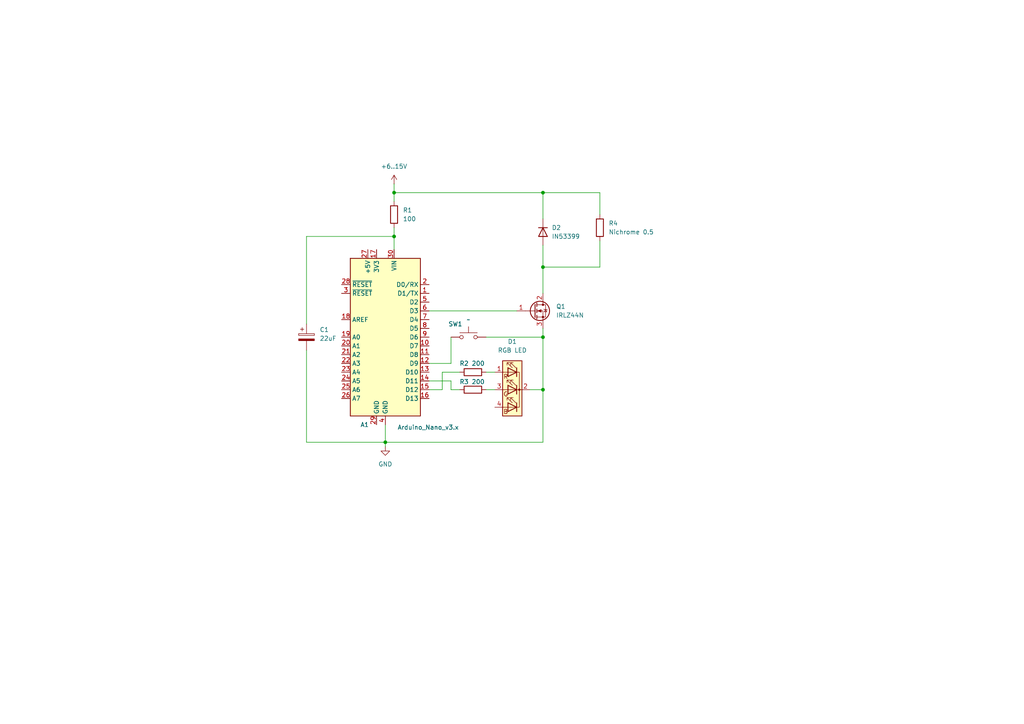
<source format=kicad_sch>
(kicad_sch (version 20231120) (generator "eeschema") (generator_version "8.0")
  (paper "A4")
  (title_block (title "Foam cutter") (date "2024-05-29"))
  (lib_symbols
    (symbol "Device:C_Polarized" (pin_numbers hide) (pin_names (offset 0.254))
      (property "Reference" "C" (at 0.635 2.54 0))
      (property "Value" "C_Polarized" (at 0.635 -2.54 0))
      (symbol "C_Polarized_0_1"
        (rectangle (start -2.286 0.508) (end 2.286 1.016))
        (polyline (pts (xy -1.778 2.286) (xy -0.762 2.286)))
        (polyline (pts (xy -1.27 2.794) (xy -1.27 1.778)))
        (rectangle (start 2.286 -0.508) (end -2.286 -1.016) (fill (type outline)))
      )
      (symbol "C_Polarized_1_1"
        (pin passive line (at 0 3.81 270) (length 2.794) (name "~") (number "1"))
        (pin passive line (at 0 -3.81 90) (length 2.794) (name "~") (number "2"))
      )
    )
    (symbol "Device:D" (pin_numbers hide) (pin_names (offset 1.016) hide)
      (property "Reference" "D" (at 0 2.54 0))
      (property "Value" "D" (at 0 -2.54 0))
      (symbol "D_0_1"
        (polyline (pts (xy -1.27 1.27) (xy -1.27 -1.27)) (stroke (width 0.254)))
        (polyline (pts (xy 1.27 0) (xy -1.27 0)))
        (polyline (pts (xy 1.27 1.27) (xy 1.27 -1.27) (xy -1.27 0) (xy 1.27 1.27)) (stroke (width 0.254)))
      )
      (symbol "D_1_1"
        (pin passive line (at -3.81 0 0) (length 2.54) (name "K") (number "1"))
        (pin passive line (at 3.81 0 180) (length 2.54) (name "A") (number "2"))
      )
    )
    (symbol "Device:LED_RKGB" (pin_names (offset 0) hide)
      (property "Reference" "D" (at 0 9.398 0))
      (property "Value" "LED_RKGB" (at 0 -8.89 0))
      (symbol "LED_RKGB_0_0"
        (text "B" (at 1.905 -6.35 0) (effects (font (size 1.27 1.27))))
        (text "G" (at 1.905 -1.27 0) (effects (font (size 1.27 1.27))))
        (text "R" (at 1.905 3.81 0) (effects (font (size 1.27 1.27))))
      )
      (symbol "LED_RKGB_0_1"
        (circle (center -2.032 0) (radius 0.254) (fill (type outline)))
        (polyline (pts (xy -1.27 -5.08) (xy 1.27 -5.08)))
        (polyline (pts (xy -1.27 -3.81) (xy -1.27 -6.35)) (stroke (width 0.254)))
        (polyline (pts (xy -1.27 0) (xy -2.54 0)))
        (polyline (pts (xy -1.27 1.27) (xy -1.27 -1.27)) (stroke (width 0.254)))
        (polyline (pts (xy -1.27 5.08) (xy 1.27 5.08)))
        (polyline (pts (xy -1.27 6.35) (xy -1.27 3.81)) (stroke (width 0.254)))
        (polyline (pts (xy 1.27 -5.08) (xy 2.54 -5.08)))
        (polyline (pts (xy 1.27 0) (xy -1.27 0)))
        (polyline (pts (xy 1.27 0) (xy 2.54 0)))
        (polyline (pts (xy 1.27 5.08) (xy 2.54 5.08)))
        (polyline (pts (xy -1.27 1.27) (xy -1.27 -1.27) (xy -1.27 -1.27)))
        (polyline (pts (xy -1.27 6.35) (xy -1.27 3.81) (xy -1.27 3.81)))
        (polyline (pts (xy -1.27 5.08) (xy -2.032 5.08) (xy -2.032 -5.08) (xy -1.016 -5.08)))
        (polyline (pts (xy 1.27 -3.81) (xy 1.27 -6.35) (xy -1.27 -5.08) (xy 1.27 -3.81)) (stroke (width 0.254)))
        (polyline (pts (xy 1.27 1.27) (xy 1.27 -1.27) (xy -1.27 0) (xy 1.27 1.27)) (stroke (width 0.254)))
        (polyline (pts (xy 1.27 6.35) (xy 1.27 3.81) (xy -1.27 5.08) (xy 1.27 6.35)) (stroke (width 0.254)))
        (polyline (pts (xy -1.016 -3.81) (xy 0.508 -2.286) (xy -0.254 -2.286) (xy 0.508 -2.286) (xy 0.508 -3.048)))
        (polyline (pts (xy -1.016 1.27) (xy 0.508 2.794) (xy -0.254 2.794) (xy 0.508 2.794) (xy 0.508 2.032)))
        (polyline (pts (xy -1.016 6.35) (xy 0.508 7.874) (xy -0.254 7.874) (xy 0.508 7.874) (xy 0.508 7.112)))
        (polyline (pts (xy 0 -3.81) (xy 1.524 -2.286) (xy 0.762 -2.286) (xy 1.524 -2.286) (xy 1.524 -3.048)))
        (polyline (pts (xy 0 1.27) (xy 1.524 2.794) (xy 0.762 2.794) (xy 1.524 2.794) (xy 1.524 2.032)))
        (polyline (pts (xy 0 6.35) (xy 1.524 7.874) (xy 0.762 7.874) (xy 1.524 7.874) (xy 1.524 7.112)))
        (rectangle (start 1.27 -1.27) (end 1.27 1.27))
        (rectangle (start 1.27 1.27) (end 1.27 1.27))
        (rectangle (start 1.27 3.81) (end 1.27 6.35))
        (rectangle (start 1.27 6.35) (end 1.27 6.35))
        (rectangle (start 2.794 8.382) (end -2.794 -7.62) (stroke (width 0.254)) (fill (type background)))
      )
      (symbol "LED_RKGB_1_1"
        (pin passive line (at 5.08 5.08 180) (length 2.54) (name "RA") (number "1"))
        (pin passive line (at -5.08 0 0) (length 2.54) (name "K") (number "2"))
        (pin passive line (at 5.08 0 180) (length 2.54) (name "GA") (number "3"))
        (pin passive line (at 5.08 -5.08 180) (length 2.54) (name "BA") (number "4"))
      )
    )
    (symbol "Device:R" (pin_numbers hide) (pin_names (offset 0))
      (property "Reference" "R" (at 2.032 0 90))
      (property "Value" "R" (at 0 0 90))
      (symbol "R_0_1"
        (rectangle (start -1.016 -2.54) (end 1.016 2.54) (stroke (width 0.254)))
      )
      (symbol "R_1_1"
        (pin passive line (at 0 3.81 270) (length 1.27) (name "~") (number "1"))
        (pin passive line (at 0 -3.81 90) (length 1.27) (name "~") (number "2"))
      )
    )
    (symbol "MCU_Module:Arduino_Nano_v3.x"
      (property "Reference" "A" (at -10.16 23.495 0))
      (property "Value" "Arduino_Nano_v3.x" (at 5.08 -24.13 0))
      (symbol "Arduino_Nano_v3.x_0_1"
        (rectangle (start -10.16 22.86) (end 10.16 -22.86) (stroke (width 0.254)) (fill (type background)))
      )
      (symbol "Arduino_Nano_v3.x_1_1"
        (pin bidirectional line (at -12.7 12.7 0) (length 2.54) (name "D1/TX") (number "1"))
        (pin bidirectional line (at -12.7 -2.54 0) (length 2.54) (name "D7") (number "10"))
        (pin bidirectional line (at -12.7 -5.08 0) (length 2.54) (name "D8") (number "11"))
        (pin bidirectional line (at -12.7 -7.62 0) (length 2.54) (name "D9") (number "12"))
        (pin bidirectional line (at -12.7 -10.16 0) (length 2.54) (name "D10") (number "13"))
        (pin bidirectional line (at -12.7 -12.7 0) (length 2.54) (name "D11") (number "14"))
        (pin bidirectional line (at -12.7 -15.24 0) (length 2.54) (name "D12") (number "15"))
        (pin bidirectional line (at -12.7 -17.78 0) (length 2.54) (name "D13") (number "16"))
        (pin power_out line (at 2.54 25.4 270) (length 2.54) (name "3V3") (number "17"))
        (pin input line (at 12.7 5.08 180) (length 2.54) (name "AREF") (number "18"))
        (pin bidirectional line (at 12.7 0 180) (length 2.54) (name "A0") (number "19"))
        (pin bidirectional line (at -12.7 15.24 0) (length 2.54) (name "D0/RX") (number "2"))
        (pin bidirectional line (at 12.7 -2.54 180) (length 2.54) (name "A1") (number "20"))
        (pin bidirectional line (at 12.7 -5.08 180) (length 2.54) (name "A2") (number "21"))
        (pin bidirectional line (at 12.7 -7.62 180) (length 2.54) (name "A3") (number "22"))
        (pin bidirectional line (at 12.7 -10.16 180) (length 2.54) (name "A4") (number "23"))
        (pin bidirectional line (at 12.7 -12.7 180) (length 2.54) (name "A5") (number "24"))
        (pin bidirectional line (at 12.7 -15.24 180) (length 2.54) (name "A6") (number "25"))
        (pin bidirectional line (at 12.7 -17.78 180) (length 2.54) (name "A7") (number "26"))
        (pin power_out line (at 5.08 25.4 270) (length 2.54) (name "+5V") (number "27"))
        (pin input line (at 12.7 15.24 180) (length 2.54) (name "~{RESET}") (number "28"))
        (pin power_in line (at 2.54 -25.4 90) (length 2.54) (name "GND") (number "29"))
        (pin input line (at 12.7 12.7 180) (length 2.54) (name "~{RESET}") (number "3"))
        (pin power_in line (at -2.54 25.4 270) (length 2.54) (name "VIN") (number "30"))
        (pin power_in line (at 0 -25.4 90) (length 2.54) (name "GND") (number "4"))
        (pin bidirectional line (at -12.7 10.16 0) (length 2.54) (name "D2") (number "5"))
        (pin bidirectional line (at -12.7 7.62 0) (length 2.54) (name "D3") (number "6"))
        (pin bidirectional line (at -12.7 5.08 0) (length 2.54) (name "D4") (number "7"))
        (pin bidirectional line (at -12.7 2.54 0) (length 2.54) (name "D5") (number "8"))
        (pin bidirectional line (at -12.7 0 0) (length 2.54) (name "D6") (number "9"))
      )
    )
    (symbol "Switch:SW_Push" (pin_numbers hide) (pin_names (offset 1.016) hide)
      (property "Reference" "SW" (at 1.27 2.54 0))
      (property "Value" "SW_Push" (at 0 -1.524 0))
      (symbol "SW_Push_0_1"
        (circle (center -2.032 0) (radius 0.508))
        (polyline (pts (xy 0 1.27) (xy 0 3.048)))
        (polyline (pts (xy 2.54 1.27) (xy -2.54 1.27)))
        (circle (center 2.032 0) (radius 0.508))
        (pin passive line (at -5.08 0 0) (length 2.54) (name "1") (number "1"))
        (pin passive line (at 5.08 0 180) (length 2.54) (name "2") (number "2"))
      )
    )
    (symbol "Transistor_FET:IRLZ44N" (pin_names hide)
      (property "Reference" "Q" (at 5.08 1.905 0))
      (property "Value" "IRLZ44N" (at 5.08 0 0))
      (symbol "IRLZ44N_0_1"
        (polyline (pts (xy 0.254 0) (xy -2.54 0)))
        (polyline (pts (xy 0.254 1.905) (xy 0.254 -1.905)) (stroke (width 0.254)))
        (polyline (pts (xy 0.762 -1.27) (xy 0.762 -2.286)) (stroke (width 0.254)))
        (polyline (pts (xy 0.762 0.508) (xy 0.762 -0.508)) (stroke (width 0.254)))
        (polyline (pts (xy 0.762 2.286) (xy 0.762 1.27)) (stroke (width 0.254)))
        (polyline (pts (xy 2.54 2.54) (xy 2.54 1.778)))
        (polyline (pts (xy 2.54 -2.54) (xy 2.54 0) (xy 0.762 0)))
        (polyline (pts (xy 0.762 -1.778) (xy 3.302 -1.778) (xy 3.302 1.778) (xy 0.762 1.778)))
        (polyline (pts (xy 1.016 0) (xy 2.032 0.381) (xy 2.032 -0.381) (xy 1.016 0)) (fill (type outline)))
        (polyline (pts (xy 2.794 0.508) (xy 2.921 0.381) (xy 3.683 0.381) (xy 3.81 0.254)))
        (polyline (pts (xy 3.302 0.381) (xy 2.921 -0.254) (xy 3.683 -0.254) (xy 3.302 0.381)))
        (circle (center 1.651 0) (radius 2.794) (stroke (width 0.254)))
        (circle (center 2.54 -1.778) (radius 0.254) (fill (type outline)))
        (circle (center 2.54 1.778) (radius 0.254) (fill (type outline)))
      )
      (symbol "IRLZ44N_1_1"
        (pin input line (at -5.08 0 0) (length 2.54) (name "G") (number "1"))
        (pin passive line (at 2.54 5.08 270) (length 2.54) (name "D") (number "2"))
        (pin passive line (at 2.54 -5.08 90) (length 2.54) (name "S") (number "3"))
      )
    )
    (symbol "power:GND" (power) (pin_numbers hide) (pin_names (offset 0) hide)
      (property "Value" "GND" (at 0 -3.81 0))
      (symbol "GND_0_1"
        (polyline (pts (xy 0 0) (xy 0 -1.27) (xy 1.27 -1.27) (xy 0 -2.54) (xy -1.27 -1.27) (xy 0 -1.27)))
      )
      (symbol "GND_1_1"
        (pin power_in line (at 0 0 270) (length 0) (name "~") (number "1"))
      )
    )
    (symbol "power:VCC" (power) (pin_numbers hide) (pin_names (offset 0) hide)
      (property "Value" "VCC" (at 0 3.556 0))
      (symbol "VCC_0_1"
        (polyline (pts (xy -0.762 1.27) (xy 0 2.54)))
        (polyline (pts (xy 0 0) (xy 0 2.54)))
        (polyline (pts (xy 0 2.54) (xy 0.762 1.27)))
      )
      (symbol "VCC_1_1"
        (pin power_in line (at 0 0 90) (length 0) (name "~") (number "1"))
      )
    )
  )
  (junction (at 114.3 55.88))
  (junction (at 111.76 128.27))
  (junction (at 157.48 55.88))
  (junction (at 157.48 77.47))
  (junction (at 114.3 68.58))
  (junction (at 157.48 97.79))
  (junction (at 157.48 113.03))
  (wire (pts (xy 111.76 128.27) (xy 157.48 128.27)))
  (wire (pts (xy 124.46 105.41) (xy 130.81 105.41)))
  (wire (pts (xy 133.35 107.95) (xy 128.27 107.95)))
  (wire (pts (xy 157.48 128.27) (xy 157.48 113.03)))
  (wire (pts (xy 111.76 128.27) (xy 111.76 123.19)))
  (wire (pts (xy 157.48 55.88) (xy 157.48 63.5)))
  (wire (pts (xy 140.97 97.79) (xy 157.48 97.79)))
  (wire (pts (xy 173.99 55.88) (xy 173.99 62.23)))
  (wire (pts (xy 128.27 107.95) (xy 128.27 113.03)))
  (wire (pts (xy 157.48 71.12) (xy 157.48 77.47)))
  (wire (pts (xy 124.46 90.17) (xy 149.86 90.17)))
  (wire (pts (xy 157.48 97.79) (xy 157.48 95.25)))
  (wire (pts (xy 114.3 68.58) (xy 114.3 72.39)))
  (wire (pts (xy 114.3 66.04) (xy 114.3 68.58)))
  (wire (pts (xy 88.9 68.58) (xy 114.3 68.58)))
  (wire (pts (xy 88.9 93.98) (xy 88.9 68.58)))
  (wire (pts (xy 130.81 113.03) (xy 133.35 113.03)))
  (wire (pts (xy 88.9 101.6) (xy 88.9 128.27)))
  (wire (pts (xy 124.46 110.49) (xy 130.81 110.49)))
  (wire (pts (xy 157.48 55.88) (xy 173.99 55.88)))
  (wire (pts (xy 140.97 113.03) (xy 143.51 113.03)))
  (wire (pts (xy 130.81 110.49) (xy 130.81 113.03)))
  (wire (pts (xy 153.67 113.03) (xy 157.48 113.03)))
  (wire (pts (xy 114.3 55.88) (xy 114.3 58.42)))
  (wire (pts (xy 114.3 53.34) (xy 114.3 55.88)))
  (wire (pts (xy 111.76 128.27) (xy 111.76 129.54)))
  (wire (pts (xy 128.27 113.03) (xy 124.46 113.03)))
  (wire (pts (xy 157.48 77.47) (xy 157.48 85.09)))
  (wire (pts (xy 88.9 128.27) (xy 111.76 128.27)))
  (wire (pts (xy 157.48 77.47) (xy 173.99 77.47)))
  (wire (pts (xy 114.3 55.88) (xy 157.48 55.88)))
  (wire (pts (xy 140.97 107.95) (xy 143.51 107.95)))
  (wire (pts (xy 157.48 113.03) (xy 157.48 97.79)))
  (wire (pts (xy 130.81 105.41) (xy 130.81 97.79)))
  (wire (pts (xy 173.99 69.85) (xy 173.99 77.47)))
  (symbol (lib_id "Transistor_FET:IRLZ44N") (at 154.94 90.17 0) (unit 1)
    (property "Reference" "Q1" (at 161.29 88.8999 0) (effects (justify left)))
    (property "Value" "IRLZ44N" (at 161.29 91.4399 0) (effects (justify left)))
    (property "Footprint" "Package_TO_SOT_THT:TO-220-3_Vertical" (effects (hide yes)))
    (property "Datasheet" "http://www.irf.com/product-info/datasheets/data/irlz44n.pdf" (effects (hide yes)))
    (property "Description" "47A Id, 55V Vds, 22mOhm Rds Single N-Channel HEXFET Power MOSFET, TO-220AB" (effects (hide yes)))
  )
  (symbol (lib_id "MCU_Module:Arduino_Nano_v3.x") (at 111.76 97.79 0) (mirror y) (unit 1)
    (property "Reference" "A1" (at 107.0259 123.19 0) (effects (justify left)))
    (property "Value" "Arduino_Nano_v3.x" (at 133.096 123.952 0) (effects (justify left)))
    (property "Footprint" "Module:Arduino_Nano" (effects (hide yes)))
    (property "Datasheet" "http://www.mouser.com/pdfdocs/Gravitech_Arduino_Nano3_0.pdf" (effects (hide yes)))
    (property "Description" "Arduino Nano v3.x" (effects (hide yes)))
  )
  (symbol (lib_id "Device:R") (at 114.3 62.23 180) (unit 1)
    (property "Reference" "R1" (at 116.84 60.9599 0) (effects (justify right)))
    (property "Value" "100" (at 116.84 63.4999 0) (effects (justify right)))
    (property "Description" "Resistor" (effects (hide yes)))
  )
  (symbol (lib_id "Device:C_Polarized") (at 88.9 97.79 0) (unit 1)
    (property "Reference" "C1" (at 92.71 95.6309 0) (effects (justify left)))
    (property "Value" "22uF" (at 92.71 98.1709 0) (effects (justify left)))
    (property "Description" "Polarized capacitor" (effects (hide yes)))
  )
  (symbol (lib_id "Device:R") (at 137.16 113.03 90) (unit 1)
    (property "Reference" "R3" (at 134.62 110.744 90))
    (property "Value" "200" (at 138.684 110.744 90))
    (property "Description" "Resistor" (effects (hide yes)))
  )
  (symbol (lib_id "Device:LED_RKGB") (at 148.59 113.03 0) (mirror y) (unit 1)
    (property "Reference" "D1" (at 148.59 99.06 0))
    (property "Value" "RGB LED" (at 148.59 101.6 0))
    (property "Description" "RGB LED, red/cathode/green/blue" (effects (hide yes)))
  )
  (symbol (lib_id "Device:D") (at 157.48 67.31 270) (unit 1)
    (property "Reference" "D2" (at 160.02 66.0399 90) (effects (justify left)))
    (property "Value" "IN53399" (at 160.02 68.5799 90) (effects (justify left)))
    (property "Description" "Diode" (effects (hide yes)))
    (property "Sim.Device" "D" (effects (hide yes)))
    (property "Sim.Pins" "1=K 2=A" (effects (hide yes)))
  )
  (symbol (lib_id "Device:R") (at 137.16 107.95 270) (unit 1)
    (property "Reference" "R2" (at 134.62 105.41 90))
    (property "Value" "200" (at 138.684 105.41 90))
    (property "Description" "Resistor" (effects (hide yes)))
  )
  (symbol (lib_id "power:VCC") (at 114.3 53.34 0) (unit 1)
    (property "Reference" "#PWR01" (effects (hide yes)))
    (property "Value" "+6..15V" (at 114.3 48.26 0))
    (property "Description" "Power symbol creates a global label with name \"VCC\"" (effects (hide yes)))
  )
  (symbol (lib_id "Device:R") (at 173.99 66.04 0) (unit 1)
    (property "Reference" "R4" (at 176.53 64.7699 0) (effects (justify left)))
    (property "Value" "Nichrome 0.5" (at 176.53 67.3099 0) (effects (justify left)))
    (property "Description" "Resistor" (effects (hide yes)))
  )
  (symbol (lib_id "power:GND") (at 111.76 129.54 0) (unit 1)
    (property "Reference" "#PWR02" (effects (hide yes)))
    (property "Value" "GND" (at 111.76 134.62 0))
    (property "Description" "Power symbol creates a global label with name \"GND\" , ground" (effects (hide yes)))
  )
  (symbol (lib_id "Switch:SW_Push") (at 135.89 97.79 0) (unit 1)
    (property "Reference" "SW1" (at 132.08 93.98 0))
    (property "Value" "~" (at 135.89 92.71 0))
    (property "Description" "Push button switch, generic, two pins" (effects (hide yes)))
  )
)
</source>
